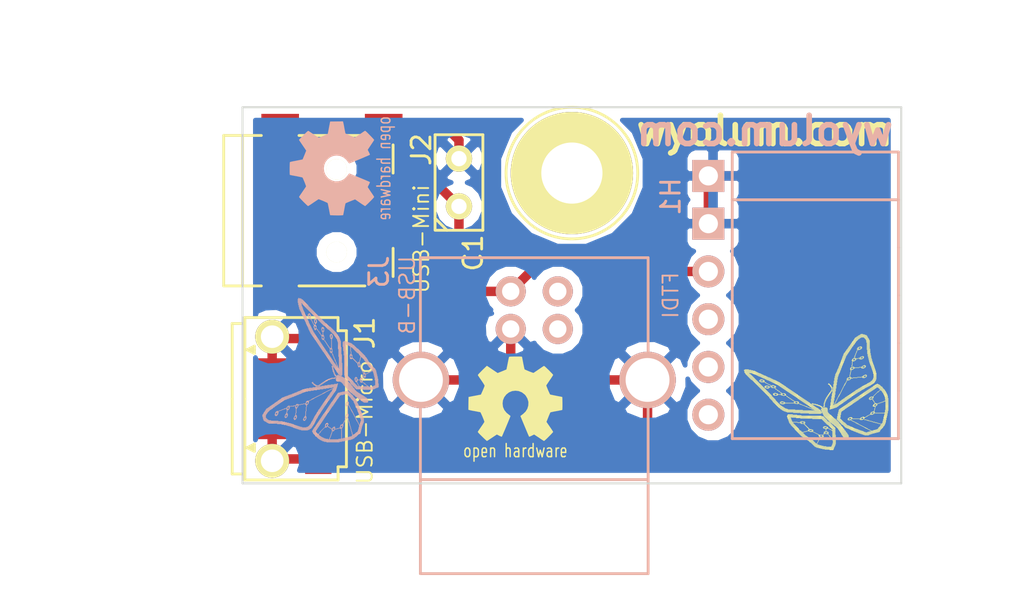
<source format=kicad_pcb>
(kicad_pcb (version 4) (host pcbnew 0.201501310101+5397~21~ubuntu14.10.1-product)
  (layers (0 F.Cu signal) (31 B.Cu signal) (34 B.Paste user) (35 F.Paste user) (36 B.SilkS user) (37 F.SilkS user) (38 B.Mask user) (39 F.Mask user) (44 Edge.Cuts user))
  (net 0 "")
  (net 1 /V_USB)
  (net 2 GND)
  (module usb2ftdi:USB_Mini-B (layer F.Cu) (at 28.5 30)
    (fp_text reference J2 (at 10.5 -3.25 90) (layer F.SilkS))
    (fp_text value USB-Mini (at 10.5 1.5 90) (layer F.SilkS) (effects (font (size 0.8 0.8) (thickness 0.1))))
    (pad 1 smd rect (at 8.7 -1.6) (size 1.8 0.6) (layers F.Cu F.Paste F.Mask) (net 1 /V_USB))
    (pad 2 smd rect (at 8.7 -0.8) (size 1.8 0.6) (layers F.Cu F.Paste F.Mask))
    (pad 3 smd rect (at 8.7 0) (size 1.8 0.6) (layers F.Cu F.Paste F.Mask))
    (pad 4 smd rect (at 8.7 0.8) (size 1.8 0.6) (layers F.Cu F.Paste F.Mask))
    (pad 5 smd rect (at 8.7 1.6) (size 1.8 0.6) (layers F.Cu F.Paste F.Mask) (net 2 GND))
    (pad 6 smd rect (at 8.5 -4.35) (size 2 1.6) (layers F.Cu F.Paste F.Mask) (net 2 GND))
    (pad 7 smd rect (at 3 -4.35) (size 2 1.6) (layers F.Cu F.Paste F.Mask) (net 2 GND))
    (pad 8 smd rect (at 8.5 4.35) (size 2 1.6) (layers F.Cu F.Paste F.Mask) (net 2 GND))
    (pad 9 smd rect (at 3 4.35) (size 2 1.6) (layers F.Cu F.Paste F.Mask) (net 2 GND))
    (pad "" np_thru_hole circle (at 6 -2.2) (size 1.1 1.1) (drill 1.1) (layers *.Cu *.Mask F.SilkS))
    (pad "" np_thru_hole circle (at 6 2.2) (size 1.1 1.1) (drill 1.1) (layers *.Cu *.Mask F.SilkS))
  )
  (module usb2ftdi:Logo_silk_OSHW_6x6mm (layer F.Cu) (at 44 40)
    (fp_text reference Z4 hide)
    (fp_text value CONN_1 hide)
  )
  (module usb2ftdi:Logo_silk_OSHW_6x6mm (layer B.Cu) (at 34.25 27.75 270)
    (fp_text reference Z3 hide)
    (fp_text value CONN_1 hide)
  )
  (module usb2ftdi:Logo-WL3 (layer B.Cu) (at 30 33.5 270)
    (fp_text reference Z2 hide)
    (fp_text value CONN_1 hide)
  )
  (module usb2ftdi:Logo-WL3 (layer F.Cu) (at 55 36)
    (fp_text reference Z1 hide)
    (fp_text value CONN_1 hide)
  )
  (module usb2ftdi:Screw_3mm (layer F.Cu) (at 47 28)
    (fp_text reference P1 hide)
    (fp_text value CONN_1 hide)
    (pad 1 thru_hole circle (at 0 0) (size 6.5 6.5) (drill 3.25) (layers *.Cu *.Mask F.SilkS))
  )
  (module usb2ftdi:USB_B_Micro (layer F.Cu) (at 33.75 40)
    (fp_text reference J1 (at 2.25 -3.5 90) (layer F.SilkS))
    (fp_text value USB-Micro (at 2.25 1.25 90) (layer F.SilkS) (effects (font (size 0.8 0.8) (thickness 0.1))))
    (pad 3 smd rect (at 0 0) (size 1.35 0.4) (layers F.Cu F.Paste F.Mask) (clearance 0.127))
    (pad 4 smd rect (at 0 0.65) (size 1.35 0.4) (layers F.Cu F.Paste F.Mask) (clearance 0.127))
    (pad 5 smd rect (at 0 1.3) (size 1.35 0.4) (layers F.Cu F.Paste F.Mask) (net 2 GND) (clearance 0.127))
    (pad 2 smd rect (at 0 -0.65) (size 1.35 0.4) (layers F.Cu F.Paste F.Mask) (clearance 0.127))
    (pad 1 smd rect (at 0 -1.3) (size 1.35 0.4) (layers F.Cu F.Paste F.Mask) (net 1 /V_USB) (clearance 0.127))
    (pad 6 smd rect (at -0.225 -3.2) (size 1.4 1.6) (layers F.Cu F.Paste F.Mask) (net 2 GND))
    (pad 7 smd rect (at -0.225 3.2) (size 1.4 1.6) (layers F.Cu F.Paste F.Mask) (net 2 GND))
    (pad 8 smd rect (at -2.675 -1.2) (size 1.9 1.9) (layers F.Cu F.Paste F.Mask) (net 2 GND) (clearance 0.2032))
    (pad 9 smd rect (at -2.675 1.2) (size 1.9 1.9) (layers F.Cu F.Paste F.Mask) (net 2 GND) (clearance 0.2032))
    (pad 10 thru_hole circle (at -2.675 -3.3) (size 1.8 1.8) (drill 1.2) (layers *.Cu *.Paste *.Mask F.SilkS) (net 2 GND) (clearance 0.2032))
    (pad 11 thru_hole circle (at -2.675 3.3) (size 1.8 1.8) (drill 1.2) (layers *.Cu *.Paste *.Mask F.SilkS) (net 2 GND) (clearance 0.2032))
  )
  (module usb2ftdi:C1 (layer F.Cu) (at 41 28.5 90)
    (fp_text reference C1 (at -3.75 0.75 90) (layer F.SilkS))
    (fp_text value 100n hide)
    (pad 1 thru_hole circle (at -1.27 0 90) (size 1.397 1.397) (drill 0.8128) (layers *.Cu *.Mask F.SilkS) (net 1 /V_USB))
    (pad 2 thru_hole circle (at 1.27 0 90) (size 1.397 1.397) (drill 0.8128) (layers *.Cu *.Mask F.SilkS) (net 2 GND))
  )
  (module usb2ftdi:Socket_Strip_Angled_1x06 (layer B.Cu) (at 54.25 34.5 90)
    (fp_text reference H1 (at 5.25 -2 90) (layer B.SilkS) (effects (justify mirror)))
    (fp_text value FTDI (at 0 -2 90) (layer B.SilkS) (effects (font (size 0.8 0.8) (thickness 0.1)) (justify mirror)))
    (pad 1 thru_hole rect (at 6.35 0 90) (size 1.7 1.7) (drill 1.016) (layers *.Cu *.Mask B.SilkS) (net 2 GND))
    (pad 2 thru_hole rect (at 3.81 0 90) (size 1.7 1.7) (drill 1.016) (layers *.Cu *.Mask B.SilkS) (net 2 GND))
    (pad 3 thru_hole circle (at 1.27 0 90) (size 1.7 1.7) (drill 1.016) (layers *.Cu *.Mask B.SilkS) (net 1 /V_USB))
    (pad 4 thru_hole circle (at -1.27 0 90) (size 1.7 1.7) (drill 1.016) (layers *.Cu *.Mask B.SilkS))
    (pad 5 thru_hole circle (at -3.81 0 90) (size 1.7 1.7) (drill 1.016) (layers *.Cu *.Mask B.SilkS))
    (pad 6 thru_hole circle (at -6.35 0 90) (size 1.7 1.7) (drill 1.016) (layers *.Cu *.Mask B.SilkS))
  )
  (module usb2ftdi:USB_B (layer B.Cu) (at 45 39 180)
    (fp_text reference J3 (at 8.25 5.75 270) (layer B.SilkS) (effects (justify mirror)))
    (fp_text value USB-B (at 6.75 4.5 270) (layer B.SilkS) (effects (font (size 0.8 0.8) (thickness 0.1)) (justify mirror)))
    (pad 1 thru_hole circle (at 1.25 4.71 180) (size 1.6 1.6) (drill 0.92) (layers *.Cu *.Mask B.SilkS) (net 1 /V_USB))
    (pad 2 thru_hole circle (at -1.25 4.71 180) (size 1.6 1.6) (drill 0.92) (layers *.Cu *.Mask B.SilkS))
    (pad 3 thru_hole circle (at -1.25 2.71 180) (size 1.6 1.6) (drill 0.92) (layers *.Cu *.Mask B.SilkS))
    (pad 4 thru_hole circle (at 1.25 2.71 180) (size 1.6 1.6) (drill 0.92) (layers *.Cu *.Mask B.SilkS) (net 2 GND))
    (pad 5 thru_hole circle (at 6.02 0 180) (size 3 3) (drill 2.33) (layers *.Cu *.Mask B.SilkS) (net 2 GND))
    (pad 6 thru_hole circle (at -6.02 0 180) (size 3 3) (drill 2.33) (layers *.Cu *.Mask B.SilkS) (net 2 GND))
  )
  (gr_text wyolum.com (at 57.25 25.75) (layer B.SilkS) (effects (font (size 1.5 1.5) (thickness 0.3)) (justify mirror)))
  (gr_text wyolum.com (at 57.25 25.75) (layer F.SilkS) (effects (font (size 1.5 1.5) (thickness 0.3))))
  (gr_line (start 29.5 44.5) (end 29.5 24.5) (angle 90) (layer Edge.Cuts) (width 0.1))
  (gr_line (start 64.5 44.5) (end 29.5 44.5) (angle 90) (layer Edge.Cuts) (width 0.1))
  (gr_line (start 64.5 24.5) (end 64.5 44.5) (angle 90) (layer Edge.Cuts) (width 0.1))
  (gr_line (start 29.5 24.5) (end 64.5 24.5) (angle 90) (layer Edge.Cuts) (width 0.1))
  (segment (start 50.73 33.23) (end 50 32.5) (width 0.5) (layer F.Cu) (net 1))
  (segment (start 50 32.5) (end 45.54 32.5) (width 0.5) (layer F.Cu) (net 1))
  (segment (start 45.54 32.5) (end 43.75 34.29) (width 0.5) (layer F.Cu) (net 1))
  (segment (start 54.25 33.23) (end 50.73 33.23) (width 0.5) (layer F.Cu) (net 1))
  (segment (start 39.63 28.4) (end 41 29.77) (width 0.5) (layer F.Cu) (net 1))
  (segment (start 37.2 28.4) (end 38.25 28.4) (width 0.254) (layer F.Cu) (net 1))
  (segment (start 38.25 28.4) (end 39.63 28.4) (width 0.5) (layer F.Cu) (net 1))
  (segment (start 38.25 36.5) (end 36.05 38.7) (width 0.5) (layer F.Cu) (net 1))
  (segment (start 40.25 36.5) (end 38.25 36.5) (width 0.5) (layer F.Cu) (net 1))
  (segment (start 34.75 38.7) (end 33.75 38.7) (width 0.254) (layer F.Cu) (net 1))
  (segment (start 34.75 38.7) (end 36.05 38.7) (width 0.5) (layer F.Cu) (net 1))
  (segment (start 41 35.75) (end 40.25 36.5) (width 0.5) (layer F.Cu) (net 1))
  (segment (start 41 34.29) (end 41 35.75) (width 0.5) (layer F.Cu) (net 1))
  (segment (start 41 29.77) (end 41 34.29) (width 0.5) (layer F.Cu) (net 1))
  (segment (start 43.75 34.29) (end 41 34.29) (width 0.5) (layer F.Cu) (net 1))
  (segment (start 31.175 36.8) (end 31.075 36.7) (width 0.5) (layer F.Cu) (net 2))
  (segment (start 33.525 36.8) (end 31.175 36.8) (width 0.5) (layer F.Cu) (net 2))
  (segment (start 31.175 43.2) (end 31.075 43.3) (width 0.5) (layer F.Cu) (net 2))
  (segment (start 33.525 43.2) (end 31.175 43.2) (width 0.5) (layer F.Cu) (net 2))
  (segment (start 31.075 43.3) (end 31.075 41.2) (width 0.5) (layer F.Cu) (net 2))
  (segment (start 31.075 41.2) (end 31.075 38.8) (width 0.5) (layer F.Cu) (net 2))
  (segment (start 31.075 38.8) (end 31.075 36.7) (width 0.5) (layer F.Cu) (net 2))
  (segment (start 37 25.65) (end 31.5 25.65) (width 0.5) (layer F.Cu) (net 2))
  (segment (start 31.5 25.65) (end 31.5 34.35) (width 0.5) (layer F.Cu) (net 2))
  (segment (start 31.5 34.35) (end 37 34.35) (width 0.5) (layer F.Cu) (net 2))
  (segment (start 36.45 36.8) (end 37 36.25) (width 0.5) (layer F.Cu) (net 2))
  (segment (start 37 36.25) (end 37 34.35) (width 0.5) (layer F.Cu) (net 2))
  (segment (start 33.525 36.8) (end 36.45 36.8) (width 0.5) (layer F.Cu) (net 2))
  (segment (start 33.75 41.75) (end 33.525 41.975) (width 0.5) (layer F.Cu) (net 2))
  (segment (start 33.525 41.975) (end 33.525 43.2) (width 0.5) (layer F.Cu) (net 2))
  (segment (start 33.75 41.3) (end 33.75 41.75) (width 0.254) (layer F.Cu) (net 2))
  (segment (start 40.4 25.65) (end 41 26.25) (width 0.5) (layer F.Cu) (net 2))
  (segment (start 41 26.25) (end 41 27.23) (width 0.5) (layer F.Cu) (net 2))
  (segment (start 37 25.65) (end 40.4 25.65) (width 0.5) (layer F.Cu) (net 2))
  (segment (start 34.78 43.2) (end 38.98 39) (width 0.5) (layer F.Cu) (net 2))
  (segment (start 33.525 43.2) (end 34.78 43.2) (width 0.5) (layer F.Cu) (net 2))
  (segment (start 37 32.75) (end 37.2 32.55) (width 0.5) (layer F.Cu) (net 2))
  (segment (start 37 32.75) (end 37 34.35) (width 0.5) (layer F.Cu) (net 2))
  (segment (start 37.2 31.95) (end 37.2 32.55) (width 0.5) (layer F.Cu) (net 2))
  (segment (start 37.2 31.6) (end 37.2 31.95) (width 0.254) (layer F.Cu) (net 2))
  (segment (start 54.25 30.69) (end 54.25 28.15) (width 0.5) (layer F.Cu) (net 2))
  (segment (start 56.4 28.15) (end 57.25 29) (width 0.5) (layer F.Cu) (net 2))
  (segment (start 57.25 29) (end 57.25 42.25) (width 0.5) (layer F.Cu) (net 2))
  (segment (start 57.25 42.25) (end 56.5 43) (width 0.5) (layer F.Cu) (net 2))
  (segment (start 56.5 43) (end 51.75 43) (width 0.5) (layer F.Cu) (net 2))
  (segment (start 51.75 43) (end 51.02 42.27) (width 0.5) (layer F.Cu) (net 2))
  (segment (start 51.02 42.27) (end 51.02 39) (width 0.5) (layer F.Cu) (net 2))
  (segment (start 54.25 28.15) (end 56.4 28.15) (width 0.5) (layer F.Cu) (net 2))
  (segment (start 43.75 39) (end 38.98 39) (width 0.5) (layer F.Cu) (net 2))
  (segment (start 51.02 39) (end 43.75 39) (width 0.5) (layer F.Cu) (net 2))
  (segment (start 43.75 36.29) (end 43.75 39) (width 0.5) (layer F.Cu) (net 2))
  (zone (net 2) (net_name GND) (layer B.Cu) (connect_pads (clearance 0.508)) (min_thickness 0.254) (fill yes (arc_segments 16) (thermal_gap 0.508) (thermal_bridge_width 0.508))
    (polygon (pts (xy 64.5 44.5) (xy 29.5 44.5) (xy 29.5 24.5) (xy 64.5 24.5)))
  )
)
</source>
